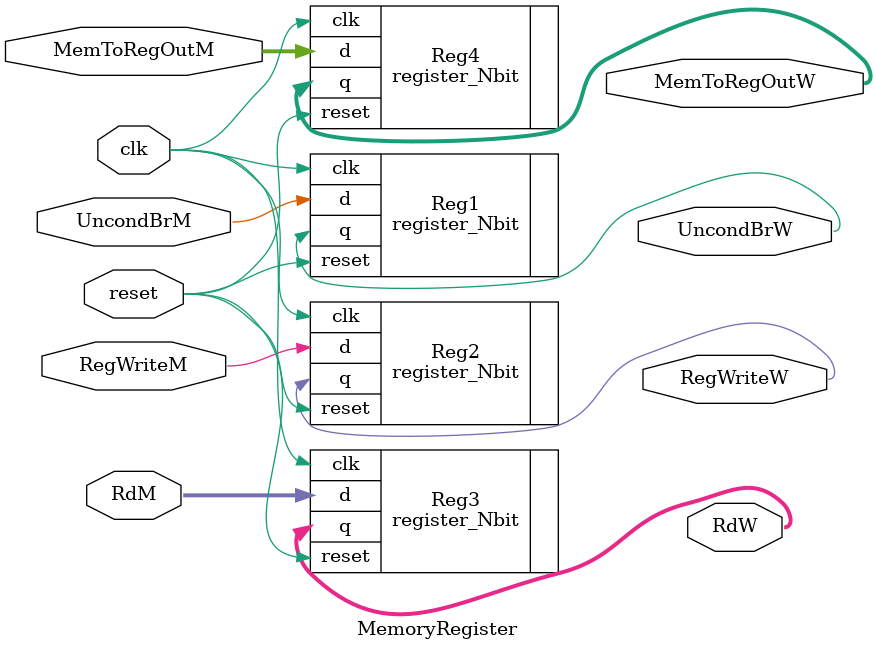
<source format=sv>
`timescale 1ns/10ps
module MemoryRegister(clk, reset, UncondBrM, RegWriteM, MemToRegOutM, RdM,
											 UncondBrW, RegWriteW, MemToRegOutW, RdW);
	input logic clk, reset;
	input logic UncondBrM, RegWriteM;
	input logic [4:0] RdM;
	input logic [63:0] MemToRegOutM;
	
	output logic UncondBrW, RegWriteW;
	output logic [4:0] RdW;
	output logic [63:0] MemToRegOutW;
	
	
	//register_Nbit #(.N()) Reg(.q(W), .d(M), .clk(clk), .reset(reset));
	
	register_Nbit #(.N(1)) Reg1(.q(UncondBrW), .d(UncondBrM), .clk(clk), .reset(reset));
	register_Nbit #(.N(1)) Reg2(.q(RegWriteW), .d(RegWriteM), .clk(clk), .reset(reset));
	
	register_Nbit #(.N(5)) Reg3(.q(RdW), .d(RdM), .clk(clk), .reset(reset));
	
	register_Nbit #(.N(64)) Reg4(.q(MemToRegOutW), .d(MemToRegOutM), .clk(clk), .reset(reset));
endmodule 
</source>
